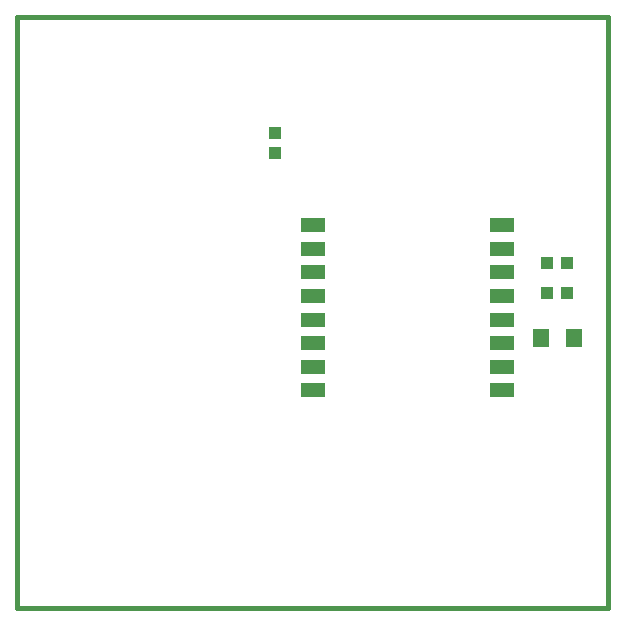
<source format=gtp>
G75*
%MOIN*%
%OFA0B0*%
%FSLAX25Y25*%
%IPPOS*%
%LPD*%
%AMOC8*
5,1,8,0,0,1.08239X$1,22.5*
%
%ADD10C,0.01600*%
%ADD11R,0.05512X0.06299*%
%ADD12R,0.04331X0.03937*%
%ADD13R,0.07874X0.05118*%
D10*
X0001800Y0001800D02*
X0198650Y0001800D01*
X0198650Y0198650D01*
X0001800Y0198650D01*
X0001800Y0001800D01*
D11*
X0176288Y0091800D03*
X0187312Y0091800D03*
D12*
X0185146Y0106800D03*
X0178454Y0106800D03*
X0178454Y0116800D03*
X0185146Y0116800D03*
X0087863Y0153454D03*
X0087863Y0160146D03*
D13*
X0100304Y0129359D03*
X0100304Y0121485D03*
X0100304Y0113611D03*
X0100304Y0105737D03*
X0100304Y0097863D03*
X0100304Y0089989D03*
X0100304Y0082115D03*
X0100304Y0074241D03*
X0163296Y0074241D03*
X0163296Y0082115D03*
X0163296Y0089989D03*
X0163296Y0097863D03*
X0163296Y0105737D03*
X0163296Y0113611D03*
X0163296Y0121485D03*
X0163296Y0129359D03*
M02*

</source>
